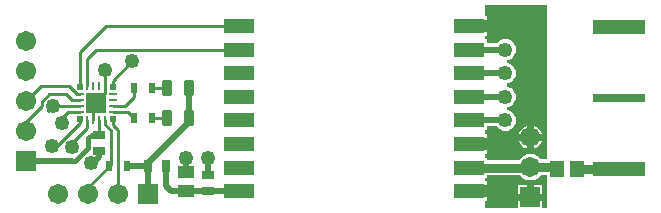
<source format=gtl>
G04*
G04 #@! TF.GenerationSoftware,Altium Limited,Altium Designer,18.1.1 (9)*
G04*
G04 Layer_Physical_Order=1*
G04 Layer_Color=255*
%FSLAX42Y42*%
%MOMM*%
G71*
G01*
G75*
%ADD28R,4.50X1.20*%
%ADD29R,4.50X0.70*%
%ADD30R,1.15X1.40*%
%ADD31R,1.45X1.00*%
%ADD32R,1.00X0.80*%
%ADD33R,0.74X1.02*%
%ADD34R,2.50X1.20*%
%ADD35R,0.60X0.95*%
%ADD36R,0.50X0.50*%
%ADD37R,0.25X0.80*%
%ADD38R,0.50X0.50*%
%ADD39R,0.80X0.25*%
%ADD40R,1.70X1.70*%
G04:AMPARAMS|DCode=41|XSize=0.86mm|YSize=1.35mm|CornerRadius=0.22mm|HoleSize=0mm|Usage=FLASHONLY|Rotation=180.000|XOffset=0mm|YOffset=0mm|HoleType=Round|Shape=RoundedRectangle|*
%AMROUNDEDRECTD41*
21,1,0.86,0.91,0,0,180.0*
21,1,0.42,1.35,0,0,180.0*
1,1,0.44,-0.21,0.46*
1,1,0.44,0.21,0.46*
1,1,0.44,0.21,-0.46*
1,1,0.44,-0.21,-0.46*
%
%ADD41ROUNDEDRECTD41*%
%ADD42C,1.00*%
%ADD43C,0.50*%
%ADD44C,0.25*%
%ADD45C,0.40*%
%ADD46C,0.20*%
%ADD47C,0.80*%
%ADD48R,1.71X1.71*%
%ADD49C,1.71*%
%ADD50R,1.71X1.71*%
%ADD51C,1.25*%
G36*
X4600Y39D02*
X4560D01*
Y100D01*
X4460D01*
X4360D01*
Y39D01*
X4080D01*
Y95D01*
X4095D01*
Y265D01*
X4080D01*
Y295D01*
X4095D01*
Y314D01*
X4374D01*
X4381Y305D01*
X4404Y287D01*
X4431Y276D01*
X4460Y273D01*
X4489Y276D01*
X4516Y287D01*
X4539Y305D01*
X4549Y318D01*
X4600D01*
Y39D01*
D02*
G37*
G36*
Y450D02*
X4549D01*
X4539Y463D01*
X4516Y481D01*
X4489Y492D01*
X4460Y495D01*
X4431Y492D01*
X4404Y481D01*
X4381Y463D01*
X4368Y446D01*
X4095D01*
Y465D01*
X4080D01*
Y495D01*
X4095D01*
Y665D01*
X4080D01*
Y695D01*
X4095D01*
Y729D01*
X4179D01*
X4187Y717D01*
X4206Y703D01*
X4227Y694D01*
X4250Y691D01*
X4273Y694D01*
X4294Y703D01*
X4313Y717D01*
X4327Y736D01*
X4336Y757D01*
X4339Y780D01*
X4336Y803D01*
X4327Y824D01*
X4313Y843D01*
X4294Y857D01*
X4273Y866D01*
X4260Y867D01*
Y893D01*
X4273Y894D01*
X4294Y903D01*
X4313Y917D01*
X4327Y936D01*
X4336Y957D01*
X4339Y980D01*
X4336Y1003D01*
X4327Y1024D01*
X4313Y1043D01*
X4294Y1057D01*
X4273Y1066D01*
X4260Y1067D01*
Y1093D01*
X4273Y1094D01*
X4294Y1103D01*
X4313Y1117D01*
X4327Y1136D01*
X4336Y1157D01*
X4339Y1180D01*
X4336Y1203D01*
X4327Y1224D01*
X4313Y1243D01*
X4294Y1257D01*
X4273Y1266D01*
X4260Y1267D01*
Y1293D01*
X4273Y1294D01*
X4294Y1303D01*
X4313Y1317D01*
X4327Y1336D01*
X4336Y1357D01*
X4339Y1380D01*
X4336Y1403D01*
X4327Y1424D01*
X4313Y1443D01*
X4294Y1457D01*
X4273Y1466D01*
X4250Y1469D01*
X4227Y1466D01*
X4206Y1457D01*
X4187Y1443D01*
X4179Y1431D01*
X4095D01*
Y1465D01*
X4080D01*
Y1495D01*
X4095D01*
Y1665D01*
X4080D01*
Y1761D01*
X4600D01*
Y450D01*
D02*
G37*
%LPC*%
G36*
X4560Y231D02*
X4490D01*
Y160D01*
X4560D01*
Y231D01*
D02*
G37*
G36*
X4430D02*
X4360D01*
Y160D01*
X4430D01*
Y231D01*
D02*
G37*
G36*
X4490Y734D02*
Y668D01*
X4556D01*
X4548Y689D01*
X4532Y710D01*
X4511Y726D01*
X4490Y734D01*
D02*
G37*
G36*
X4430Y734D02*
X4409Y726D01*
X4388Y710D01*
X4372Y689D01*
X4364Y668D01*
X4430D01*
Y734D01*
D02*
G37*
G36*
X4556Y608D02*
X4490D01*
Y542D01*
X4511Y550D01*
X4532Y566D01*
X4548Y587D01*
X4556Y608D01*
D02*
G37*
G36*
X4430D02*
X4364D01*
X4372Y587D01*
X4388Y566D01*
X4409Y550D01*
X4430Y542D01*
Y608D01*
D02*
G37*
%LPD*%
D28*
X5210Y1570D02*
D03*
Y370D02*
D03*
D29*
Y970D02*
D03*
D30*
X4860Y370D02*
D03*
X4690D02*
D03*
D31*
X1550Y180D02*
D03*
Y340D02*
D03*
D32*
X1730Y180D02*
D03*
Y315D02*
D03*
X810Y522D02*
D03*
Y657D02*
D03*
D33*
X1227Y390D02*
D03*
X1373D02*
D03*
D34*
X3945Y180D02*
D03*
Y380D02*
D03*
Y580D02*
D03*
Y780D02*
D03*
Y980D02*
D03*
Y1180D02*
D03*
Y1380D02*
D03*
Y1580D02*
D03*
X1995Y180D02*
D03*
Y380D02*
D03*
Y580D02*
D03*
Y780D02*
D03*
Y980D02*
D03*
Y1180D02*
D03*
Y1380D02*
D03*
Y1580D02*
D03*
D35*
X1105Y1050D02*
D03*
X1255D02*
D03*
Y800D02*
D03*
X1105D02*
D03*
X895Y390D02*
D03*
X1045D02*
D03*
D36*
X650Y788D02*
D03*
X925Y1062D02*
D03*
D37*
X712Y782D02*
D03*
X762D02*
D03*
X812D02*
D03*
X862D02*
D03*
Y1068D02*
D03*
X812D02*
D03*
X762Y1068D02*
D03*
X712D02*
D03*
D38*
X925Y788D02*
D03*
X650Y1062D02*
D03*
D39*
X930Y850D02*
D03*
Y900D02*
D03*
Y950D02*
D03*
Y1000D02*
D03*
X645D02*
D03*
Y950D02*
D03*
Y900D02*
D03*
Y850D02*
D03*
D40*
X788Y925D02*
D03*
D41*
X1386Y1050D02*
D03*
X1573D02*
D03*
X1386Y800D02*
D03*
X1573D02*
D03*
D42*
X4180Y230D02*
X4190D01*
X4160Y250D02*
X4180Y230D01*
X4190Y600D02*
Y630D01*
Y600D02*
X4210Y580D01*
X3945D02*
X4210D01*
X3945Y180D02*
X4140D01*
X3945Y1580D02*
X4250D01*
D43*
X750Y410D02*
X810Y470D01*
X740Y420D02*
X750Y410D01*
X190Y432D02*
X584D01*
X1730Y315D02*
Y460D01*
X1550Y340D02*
Y460D01*
X810Y470D02*
Y522D01*
X3945Y780D02*
X4250D01*
X3945Y980D02*
X4250D01*
X3945Y1180D02*
X4250D01*
X3945Y1380D02*
X4250D01*
X1550Y180D02*
X1995D01*
X1373Y227D02*
Y390D01*
Y227D02*
X1420Y180D01*
X1550D01*
X1227Y416D02*
X1573Y764D01*
Y800D02*
Y1050D01*
X1045Y390D02*
X1227D01*
X1224Y160D02*
Y388D01*
D44*
X650Y760D02*
Y788D01*
X450Y560D02*
X650Y760D01*
X386Y1000D02*
X530D01*
X325Y939D02*
X386Y1000D01*
X325Y905D02*
Y939D01*
X190Y770D02*
X325Y905D01*
X580Y950D02*
X645D01*
X530Y1000D02*
X580Y950D01*
X554Y1070D02*
X624Y1000D01*
X320Y1070D02*
X554D01*
X500Y760D02*
Y800D01*
X585Y555D02*
Y585D01*
X410Y560D02*
X450D01*
X624Y1000D02*
X645D01*
X190Y940D02*
X320Y1070D01*
X190Y686D02*
Y770D01*
X585Y585D02*
X712Y712D01*
X380Y860D02*
X420Y900D01*
X862Y1068D02*
Y1210D01*
X925Y1115D02*
X1090Y1280D01*
X785Y1375D02*
X1990D01*
X712Y1302D02*
X785Y1375D01*
X712Y1068D02*
Y1302D01*
X870Y1580D02*
X1995D01*
X650Y1360D02*
X870Y1580D01*
X650Y1062D02*
Y1360D01*
X862Y744D02*
X910Y696D01*
X862Y744D02*
Y782D01*
X910Y405D02*
Y696D01*
X895Y390D02*
X910Y405D01*
X712Y712D02*
Y782D01*
X4676Y384D02*
X4690Y370D01*
X4456Y380D02*
X4460Y384D01*
X4250Y780D02*
X4250Y780D01*
X4250Y1180D02*
X4250Y1180D01*
X1550Y180D02*
X1550Y180D01*
X1227Y390D02*
Y416D01*
X1573Y764D02*
Y800D01*
X1255D02*
X1386D01*
X1255Y1050D02*
X1386D01*
X1105Y975D02*
Y1050D01*
X1030Y900D02*
X1105Y975D01*
X930Y900D02*
X1030D01*
X1055Y850D02*
X1105Y800D01*
X930Y850D02*
X1055D01*
X925Y1062D02*
Y1115D01*
X500Y800D02*
X550Y850D01*
X420Y900D02*
X645D01*
X1990Y1375D02*
X1995Y1380D01*
X1224Y388D02*
X1227Y390D01*
X970Y160D02*
Y700D01*
X925Y745D02*
X970Y700D01*
X925Y745D02*
Y788D01*
X716Y160D02*
Y211D01*
X895Y390D01*
X788Y925D02*
X862Y1000D01*
Y1068D01*
X762Y900D02*
X788Y925D01*
X762Y782D02*
Y900D01*
X810Y657D02*
X812Y660D01*
Y782D01*
X550Y850D02*
X645D01*
D45*
X607Y432D02*
X720Y545D01*
Y630D01*
X584Y432D02*
X607D01*
X720Y630D02*
X747Y657D01*
X810D01*
D46*
X4250Y1580D02*
X4250Y1580D01*
D47*
X4860Y370D02*
X5210D01*
X4460Y384D02*
X4676D01*
X3945Y380D02*
X4456D01*
D48*
X1224Y160D02*
D03*
D49*
X970D02*
D03*
X716D02*
D03*
X462D02*
D03*
X4460Y384D02*
D03*
Y638D02*
D03*
X190Y686D02*
D03*
Y940D02*
D03*
Y1194D02*
D03*
Y1448D02*
D03*
D50*
X4460Y130D02*
D03*
X190Y432D02*
D03*
D51*
X4440Y1580D02*
D03*
X4190Y230D02*
D03*
X4290Y520D02*
D03*
X4190Y630D02*
D03*
X4270Y110D02*
D03*
X420Y900D02*
D03*
X500Y760D02*
D03*
X585Y555D02*
D03*
X740Y420D02*
D03*
X410Y560D02*
D03*
X4250Y1580D02*
D03*
X1730Y460D02*
D03*
X1550D02*
D03*
X862Y1210D02*
D03*
X1090Y1280D02*
D03*
X4250Y780D02*
D03*
Y980D02*
D03*
Y1180D02*
D03*
Y1380D02*
D03*
M02*

</source>
